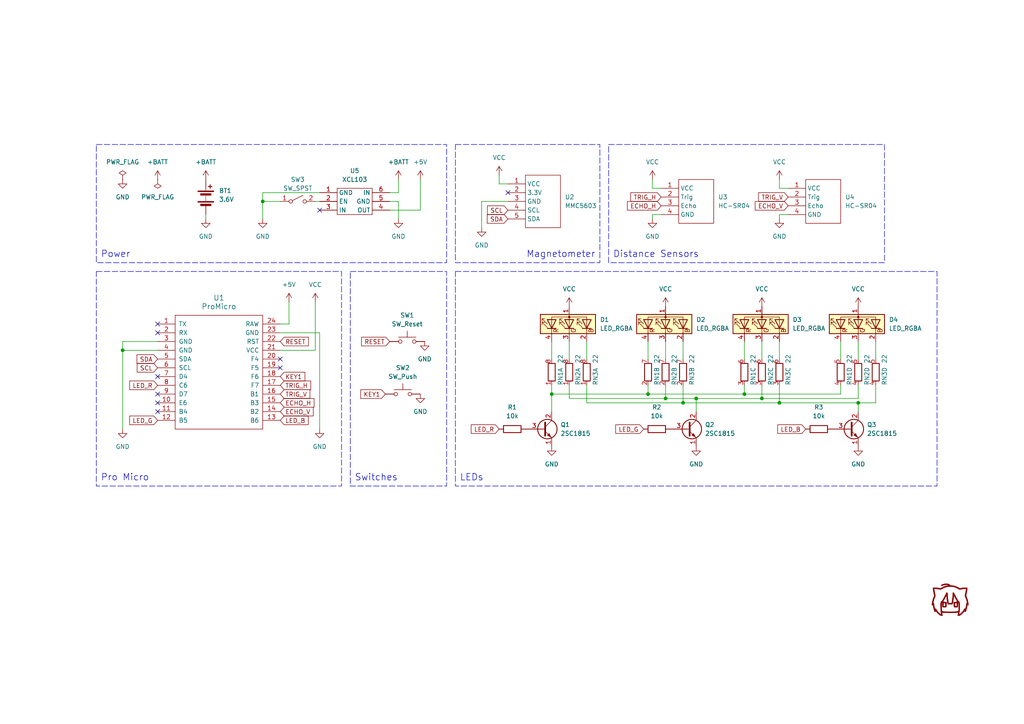
<source format=kicad_sch>
(kicad_sch (version 20230121) (generator eeschema)
  (paper "A4")
  (title_block (title "Shikisaku"))
  (lib_symbols
    (symbol "Adafruit:MMC5603"
      (property "Reference" "U" (at 0 12.7 0))
      (property "Value" "MMC5603" (at 0 10.16 0))
      (symbol "MMC5603_1_1"
        (pin power_in line (at -10.16 5.08 0) (length 5.08) (name "VCC") (number "1"))
        (pin power_out line (at -10.16 2.54 0) (length 5.08) (name "3.3V") (number "2"))
        (pin power_in line (at -10.16 0 0) (length 5.08) (name "GND") (number "3"))
        (pin bidirectional line (at -10.16 -2.54 0) (length 5.08) (name "SCL") (number "4"))
        (pin bidirectional line (at -10.16 -5.08 0) (length 5.08) (name "SDA") (number "5"))
      )
    )
    (symbol "Device:Battery" (pin_numbers hide) (pin_names (offset 0) hide)
      (property "Reference" "BT" (at 2.54 2.54 0))
      (property "Value" "Battery" (at 2.54 0 0))
      (symbol "Battery_1_1"
        (pin passive line (at 0 5.08 270) (length 2.54) (name "+") (number "1"))
        (pin passive line (at 0 -5.08 90) (length 2.54) (name "-") (number "2"))
      )
    )
    (symbol "Device:LED_RGBA" (pin_names (offset 0) hide)
      (property "Reference" "D" (at 0 9.398 0))
      (property "Value" "LED_RGBA" (at 0 -8.89 0))
      (symbol "LED_RGBA_0_0"
        (text "B" (at -1.905 -6.35 0) (effects (font (size 1.27 1.27))))
        (text "G" (at -1.905 -1.27 0) (effects (font (size 1.27 1.27))))
        (text "R" (at -1.905 3.81 0) (effects (font (size 1.27 1.27))))
      )
      (symbol "LED_RGBA_1_1"
        (pin passive line (at 5.08 0 180) (length 2.54) (name "A") (number "1"))
        (pin passive line (at -5.08 -5.08 0) (length 2.54) (name "BK") (number "2"))
        (pin passive line (at -5.08 0 0) (length 2.54) (name "GK") (number "3"))
        (pin passive line (at -5.08 5.08 0) (length 2.54) (name "RK") (number "4"))
      )
    )
    (symbol "Device:R" (pin_numbers hide) (pin_names (offset 0))
      (property "Reference" "R" (at 2.032 0 90))
      (property "Value" "R" (at 0 0 90))
      (symbol "R_1_1"
        (pin passive line (at 0 3.81 270) (length 1.27) (name "~") (number "1"))
        (pin passive line (at 0 -3.81 90) (length 1.27) (name "~") (number "2"))
      )
    )
    (symbol "Device:R_Pack04_Split" (pin_names (offset 0) hide)
      (property "Reference" "RN" (at 2.032 0 90))
      (property "Value" "R_Pack04_Split" (at 0 0 90))
      (symbol "R_Pack04_Split_1_1"
        (pin passive line (at 0 -3.81 90) (length 1.27) (name "R1.1") (number "1"))
        (pin passive line (at 0 3.81 270) (length 1.27) (name "R1.2") (number "8"))
      )
      (symbol "R_Pack04_Split_2_1"
        (pin passive line (at 0 -3.81 90) (length 1.27) (name "R2.1") (number "2"))
        (pin passive line (at 0 3.81 270) (length 1.27) (name "R2.2") (number "7"))
      )
      (symbol "R_Pack04_Split_3_1"
        (pin passive line (at 0 -3.81 90) (length 1.27) (name "R3.1") (number "3"))
        (pin passive line (at 0 3.81 270) (length 1.27) (name "R3.2") (number "6"))
      )
      (symbol "R_Pack04_Split_4_1"
        (pin passive line (at 0 -3.81 90) (length 1.27) (name "R4.1") (number "4"))
        (pin passive line (at 0 3.81 270) (length 1.27) (name "R4.2") (number "5"))
      )
    )
    (symbol "LED_RGBA_1" (pin_names (offset 0) hide)
      (property "Reference" "D" (at 0 9.398 0))
      (property "Value" "LED_RGBA" (at 0 -8.89 0))
      (symbol "LED_RGBA_1_0_0"
        (text "B" (at -1.905 -6.35 0) (effects (font (size 1.27 1.27))))
        (text "G" (at -1.905 -1.27 0) (effects (font (size 1.27 1.27))))
        (text "R" (at -1.905 3.81 0) (effects (font (size 1.27 1.27))))
      )
      (symbol "LED_RGBA_1_1_1"
        (pin passive line (at 5.08 0 180) (length 2.54) (name "A") (number "1"))
        (pin passive line (at -5.08 -5.08 0) (length 2.54) (name "BK") (number "2"))
        (pin passive line (at -5.08 0 0) (length 2.54) (name "GK") (number "3"))
        (pin passive line (at -5.08 5.08 0) (length 2.54) (name "RK") (number "4"))
      )
    )
    (symbol "LED_RGBA_2" (pin_names (offset 0) hide)
      (property "Reference" "D" (at 0 9.398 0))
      (property "Value" "LED_RGBA" (at 0 -8.89 0))
      (symbol "LED_RGBA_2_0_0"
        (text "B" (at -1.905 -6.35 0) (effects (font (size 1.27 1.27))))
        (text "G" (at -1.905 -1.27 0) (effects (font (size 1.27 1.27))))
        (text "R" (at -1.905 3.81 0) (effects (font (size 1.27 1.27))))
      )
      (symbol "LED_RGBA_2_1_1"
        (pin passive line (at 5.08 0 180) (length 2.54) (name "A") (number "1"))
        (pin passive line (at -5.08 -5.08 0) (length 2.54) (name "BK") (number "2"))
        (pin passive line (at -5.08 0 0) (length 2.54) (name "GK") (number "3"))
        (pin passive line (at -5.08 5.08 0) (length 2.54) (name "RK") (number "4"))
      )
    )
    (symbol "LED_RGBA_3" (pin_names (offset 0) hide)
      (property "Reference" "D" (at 0 9.398 0))
      (property "Value" "LED_RGBA" (at 0 -8.89 0))
      (symbol "LED_RGBA_3_0_0"
        (text "B" (at -1.905 -6.35 0) (effects (font (size 1.27 1.27))))
        (text "G" (at -1.905 -1.27 0) (effects (font (size 1.27 1.27))))
        (text "R" (at -1.905 3.81 0) (effects (font (size 1.27 1.27))))
      )
      (symbol "LED_RGBA_3_1_1"
        (pin passive line (at 5.08 0 180) (length 2.54) (name "A") (number "1"))
        (pin passive line (at -5.08 -5.08 0) (length 2.54) (name "BK") (number "2"))
        (pin passive line (at -5.08 0 0) (length 2.54) (name "GK") (number "3"))
        (pin passive line (at -5.08 5.08 0) (length 2.54) (name "RK") (number "4"))
      )
    )
    (symbol "Switch:SW_Push" (pin_numbers hide) (pin_names (offset 1.016) hide)
      (property "Reference" "SW" (at 1.27 2.54 0))
      (property "Value" "SW_Push" (at 0 -1.524 0))
      (symbol "SW_Push_0_1"
        (pin passive line (at -5.08 0 0) (length 2.54) (name "1") (number "1"))
        (pin passive line (at 5.08 0 180) (length 2.54) (name "2") (number "2"))
      )
    )
    (symbol "Switch:SW_SPST" (pin_names (offset 0) hide)
      (property "Reference" "SW" (at 0 3.175 0))
      (property "Value" "SW_SPST" (at 0 -2.54 0))
      (symbol "SW_SPST_1_1"
        (pin passive line (at -5.08 0 0) (length 2.54) (name "A") (number "1"))
        (pin passive line (at 5.08 0 180) (length 2.54) (name "B") (number "2"))
      )
    )
    (symbol "Transistor_BJT:2SC1815" (pin_names (offset 0) hide)
      (property "Reference" "Q" (at 5.08 1.905 0))
      (property "Value" "2SC1815" (at 5.08 0 0))
      (symbol "2SC1815_1_1"
        (pin passive line (at 2.54 -5.08 90) (length 2.54) (name "E") (number "1"))
        (pin passive line (at 2.54 5.08 270) (length 2.54) (name "C") (number "2"))
        (pin input line (at -5.08 0 0) (length 5.08) (name "B") (number "3"))
      )
    )
    (symbol "akizuki:HC-SR04"
      (property "Reference" "U" (at 0 11.43 0))
      (property "Value" "HC-SR04" (at 0 8.89 0))
      (symbol "HC-SR04_1_1"
        (pin power_in line (at -10.16 3.81 0) (length 5.08) (name "VCC") (number "1"))
        (pin input line (at -10.16 1.27 0) (length 5.08) (name "Trig") (number "2"))
        (pin output line (at -10.16 -1.27 0) (length 5.08) (name "Echo") (number "3"))
        (pin power_in line (at -10.16 -3.81 0) (length 5.08) (name "GND") (number "4"))
      )
    )
    (symbol "akizuki:XCL103"
      (property "Reference" "U" (at 0 3.81 0))
      (property "Value" "XCL103" (at 0 1.27 0))
      (symbol "XCL103_1_1"
        (pin power_in line (at -10.16 -2.54 0) (length 5.08) (name "GND") (number "1"))
        (pin input line (at -10.16 -5.08 0) (length 5.08) (name "EN") (number "2"))
        (pin input line (at -10.16 -7.62 0) (length 5.08) (name "IN") (number "3"))
        (pin power_out line (at 10.16 -7.62 180) (length 5.08) (name "OUT") (number "4"))
        (pin power_in line (at 10.16 -5.08 180) (length 5.08) (name "GND") (number "5"))
        (pin power_in line (at 10.16 -2.54 180) (length 5.08) (name "IN") (number "6"))
      )
    )
    (symbol "icon:LOGO" (pin_names (offset 1.016)))
    (symbol "power:+5V" (power) (pin_names (offset 0))
      (property "Value" "+5V" (at 0 3.556 0))
      (symbol "+5V_1_1"
        (pin power_in line (at 0 0 90) (length 0) hide (name "+5V") (number "1"))
      )
    )
    (symbol "power:+BATT" (power) (pin_names (offset 0))
      (property "Value" "+BATT" (at 0 3.556 0))
      (symbol "+BATT_1_1"
        (pin power_in line (at 0 0 90) (length 0) hide (name "+BATT") (number "1"))
      )
    )
    (symbol "power:GND" (power) (pin_names (offset 0))
      (property "Value" "GND" (at 0 -3.81 0))
      (symbol "GND_1_1"
        (pin power_in line (at 0 0 270) (length 0) hide (name "GND") (number "1"))
      )
    )
    (symbol "power:PWR_FLAG" (power) (pin_numbers hide) (pin_names (offset 0) hide)
      (property "Value" "PWR_FLAG" (at 0 3.81 0))
      (symbol "PWR_FLAG_0_0"
        (pin power_out line (at 0 0 90) (length 0) (name "pwr") (number "1"))
      )
    )
    (symbol "power:VCC" (power) (pin_names (offset 0))
      (property "Value" "VCC" (at 0 3.81 0))
      (symbol "VCC_1_1"
        (pin power_in line (at 0 0 90) (length 0) hide (name "VCC") (number "1"))
      )
    )
    (symbol "promicro:ProMicro" (pin_names (offset 1.016))
      (property "Reference" "U" (at 0 24.13 0))
      (property "Value" "ProMicro" (at 0 -13.97 0))
      (symbol "ProMicro_1_1"
        (pin bidirectional line (at -17.78 19.05 0) (length 5.08) (name "TX") (number "1"))
        (pin bidirectional line (at -17.78 -3.81 0) (length 5.08) (name "E6") (number "10"))
        (pin bidirectional line (at -17.78 -6.35 0) (length 5.08) (name "B4") (number "11"))
        (pin bidirectional line (at -17.78 -8.89 0) (length 5.08) (name "B5") (number "12"))
        (pin bidirectional line (at 17.78 -8.89 180) (length 5.08) (name "B6") (number "13"))
        (pin bidirectional line (at 17.78 -6.35 180) (length 5.08) (name "B2") (number "14"))
        (pin bidirectional line (at 17.78 -3.81 180) (length 5.08) (name "B3") (number "15"))
        (pin bidirectional line (at 17.78 -1.27 180) (length 5.08) (name "B1") (number "16"))
        (pin bidirectional line (at 17.78 1.27 180) (length 5.08) (name "F7") (number "17"))
        (pin bidirectional line (at 17.78 3.81 180) (length 5.08) (name "F6") (number "18"))
        (pin bidirectional line (at 17.78 6.35 180) (length 5.08) (name "F5") (number "19"))
        (pin bidirectional line (at -17.78 16.51 0) (length 5.08) (name "RX") (number "2"))
        (pin bidirectional line (at 17.78 8.89 180) (length 5.08) (name "F4") (number "20"))
        (pin power_out line (at 17.78 11.43 180) (length 5.08) (name "VCC") (number "21"))
        (pin input line (at 17.78 13.97 180) (length 5.08) (name "RST") (number "22"))
        (pin power_in line (at 17.78 16.51 180) (length 5.08) (name "GND") (number "23"))
        (pin power_in line (at 17.78 19.05 180) (length 5.08) (name "RAW") (number "24"))
        (pin power_in line (at -17.78 13.97 0) (length 5.08) (name "GND") (number "3"))
        (pin power_in line (at -17.78 11.43 0) (length 5.08) (name "GND") (number "4"))
        (pin bidirectional line (at -17.78 8.89 0) (length 5.08) (name "SDA") (number "5"))
        (pin bidirectional line (at -17.78 6.35 0) (length 5.08) (name "SCL") (number "6"))
        (pin bidirectional line (at -17.78 3.81 0) (length 5.08) (name "D4") (number "7"))
        (pin bidirectional line (at -17.78 1.27 0) (length 5.08) (name "C6") (number "8"))
        (pin bidirectional line (at -17.78 -1.27 0) (length 5.08) (name "D7") (number "9"))
      )
    )
  )
  (junction (at 160.02 114.3))
  (junction (at 220.98 115.57))
  (junction (at 215.9 114.3))
  (junction (at 35.56 101.6))
  (junction (at 226.06 116.84))
  (junction (at 193.04 115.57))
  (junction (at 198.12 116.84))
  (junction (at 76.2 58.42))
  (junction (at 187.96 114.3))
  (junction (at 201.93 115.57))
  (junction (at 248.92 116.84))
  (no_connect (at 45.72 93.98))
  (no_connect (at 147.32 55.88))
  (no_connect (at 45.72 119.38))
  (no_connect (at 45.72 96.52))
  (no_connect (at 45.72 109.22))
  (no_connect (at 45.72 116.84))
  (no_connect (at 81.28 106.68))
  (no_connect (at 45.72 114.3))
  (no_connect (at 81.28 104.14))
  (no_connect (at 92.71 60.96))
  (wire (pts (xy 113.03 60.96) (xy 121.92 60.96)))
  (wire (pts (xy 187.96 111.76) (xy 187.96 114.3)))
  (wire (pts (xy 35.56 99.06) (xy 35.56 101.6)))
  (wire (pts (xy 248.92 99.06) (xy 248.92 104.14)))
  (wire (pts (xy 165.1 111.76) (xy 165.1 115.57)))
  (wire (pts (xy 115.57 52.07) (xy 115.57 55.88)))
  (wire (pts (xy 198.12 99.06) (xy 198.12 104.14)))
  (wire (pts (xy 189.23 54.61) (xy 191.77 54.61)))
  (wire (pts (xy 215.9 99.06) (xy 215.9 104.14)))
  (wire (pts (xy 187.96 99.06) (xy 187.96 104.14)))
  (wire (pts (xy 228.6 62.23) (xy 226.06 62.23)))
  (wire (pts (xy 76.2 55.88) (xy 76.2 58.42)))
  (wire (pts (xy 189.23 52.07) (xy 189.23 54.61)))
  (wire (pts (xy 170.18 111.76) (xy 170.18 116.84)))
  (wire (pts (xy 160.02 114.3) (xy 160.02 119.38)))
  (wire (pts (xy 59.69 63.5) (xy 59.69 62.23)))
  (wire (pts (xy 215.9 114.3) (xy 187.96 114.3)))
  (wire (pts (xy 248.92 111.76) (xy 248.92 115.57)))
  (wire (pts (xy 115.57 58.42) (xy 115.57 63.5)))
  (wire (pts (xy 144.78 53.34) (xy 147.32 53.34)))
  (wire (pts (xy 92.71 96.52) (xy 81.28 96.52)))
  (wire (pts (xy 189.23 62.23) (xy 191.77 62.23)))
  (wire (pts (xy 226.06 54.61) (xy 228.6 54.61)))
  (wire (pts (xy 35.56 101.6) (xy 45.72 101.6)))
  (wire (pts (xy 121.92 60.96) (xy 121.92 52.07)))
  (wire (pts (xy 248.92 115.57) (xy 220.98 115.57)))
  (wire (pts (xy 92.71 55.88) (xy 76.2 55.88)))
  (wire (pts (xy 189.23 62.23) (xy 189.23 63.5)))
  (wire (pts (xy 35.56 124.46) (xy 35.56 101.6)))
  (wire (pts (xy 165.1 99.06) (xy 165.1 104.14)))
  (wire (pts (xy 76.2 63.5) (xy 76.2 58.42)))
  (wire (pts (xy 92.71 124.46) (xy 92.71 96.52)))
  (wire (pts (xy 226.06 99.06) (xy 226.06 104.14)))
  (wire (pts (xy 115.57 55.88) (xy 113.03 55.88)))
  (wire (pts (xy 83.82 93.98) (xy 81.28 93.98)))
  (wire (pts (xy 220.98 115.57) (xy 201.93 115.57)))
  (wire (pts (xy 226.06 116.84) (xy 248.92 116.84)))
  (wire (pts (xy 220.98 111.76) (xy 220.98 115.57)))
  (wire (pts (xy 254 116.84) (xy 254 111.76)))
  (wire (pts (xy 83.82 87.63) (xy 83.82 93.98)))
  (wire (pts (xy 193.04 99.06) (xy 193.04 104.14)))
  (wire (pts (xy 91.44 101.6) (xy 81.28 101.6)))
  (wire (pts (xy 248.92 116.84) (xy 248.92 119.38)))
  (wire (pts (xy 139.7 58.42) (xy 147.32 58.42)))
  (wire (pts (xy 193.04 111.76) (xy 193.04 115.57)))
  (wire (pts (xy 226.06 62.23) (xy 226.06 63.5)))
  (wire (pts (xy 193.04 115.57) (xy 201.93 115.57)))
  (wire (pts (xy 248.92 116.84) (xy 254 116.84)))
  (wire (pts (xy 91.44 87.63) (xy 91.44 101.6)))
  (wire (pts (xy 139.7 66.04) (xy 139.7 58.42)))
  (wire (pts (xy 243.84 114.3) (xy 215.9 114.3)))
  (wire (pts (xy 243.84 99.06) (xy 243.84 104.14)))
  (wire (pts (xy 198.12 116.84) (xy 226.06 116.84)))
  (wire (pts (xy 220.98 99.06) (xy 220.98 104.14)))
  (wire (pts (xy 160.02 111.76) (xy 160.02 114.3)))
  (wire (pts (xy 198.12 111.76) (xy 198.12 116.84)))
  (wire (pts (xy 76.2 58.42) (xy 81.28 58.42)))
  (wire (pts (xy 187.96 114.3) (xy 160.02 114.3)))
  (wire (pts (xy 113.03 58.42) (xy 115.57 58.42)))
  (wire (pts (xy 45.72 99.06) (xy 35.56 99.06)))
  (wire (pts (xy 170.18 116.84) (xy 198.12 116.84)))
  (wire (pts (xy 160.02 99.06) (xy 160.02 104.14)))
  (wire (pts (xy 243.84 111.76) (xy 243.84 114.3)))
  (wire (pts (xy 226.06 111.76) (xy 226.06 116.84)))
  (wire (pts (xy 215.9 111.76) (xy 215.9 114.3)))
  (wire (pts (xy 144.78 53.34) (xy 144.78 50.8)))
  (wire (pts (xy 165.1 115.57) (xy 193.04 115.57)))
  (wire (pts (xy 91.44 58.42) (xy 92.71 58.42)))
  (wire (pts (xy 254 99.06) (xy 254 104.14)))
  (wire (pts (xy 201.93 115.57) (xy 201.93 119.38)))
  (wire (pts (xy 226.06 52.07) (xy 226.06 54.61)))
  (wire (pts (xy 170.18 99.06) (xy 170.18 104.14)))
  (rectangle (start 27.94 41.91) (end 129.54 76.2) (stroke (width 0) (type dash)))
  (rectangle (start 101.6 78.74) (end 129.54 140.97) (stroke (width 0) (type dash)))
  (rectangle (start 132.08 78.74) (end 271.78 140.97) (stroke (width 0) (type dash)))
  (rectangle (start 176.53 41.91) (end 256.54 76.2) (stroke (width 0) (type dash)))
  (rectangle (start 132.08 41.91) (end 173.99 76.2) (stroke (width 0) (type dash)))
  (rectangle (start 27.94 78.74) (end 99.06 140.97) (stroke (width 0) (type dash)))
  (text "LEDs" (at 133.35 139.7 0) (effects (font (size 1.905 1.905)) (justify left bottom)))
  (text "Switches" (at 102.87 139.7 0) (effects (font (size 1.905 1.905)) (justify left bottom)))
  (text "Power" (at 29.21 74.93 0) (effects (font (size 1.905 1.905)) (justify left bottom)))
  (text "Magnetometer" (at 172.72 74.93 0) (effects (font (size 1.905 1.905)) (justify right bottom)))
  (text "Distance Sensors" (at 177.8 74.93 0) (effects (font (size 1.905 1.905)) (justify left bottom)))
  (text "Pro Micro" (at 29.21 139.7 0) (effects (font (size 1.905 1.905)) (justify left bottom)))
  (global_label "LED_B" (shape input) (at 233.68 124.46 180) (property "Intersheetrefs" "${INTERSHEET_REFS}" (effects hide)))
  (global_label "ECHO_V" (shape input) (at 81.28 119.38 0) (property "Intersheetrefs" "${INTERSHEET_REFS}" (effects hide)))
  (global_label "ECHO_V" (shape input) (at 228.6 59.69 180) (property "Intersheetrefs" "${INTERSHEET_REFS}" (effects hide)))
  (global_label "TRIG_V" (shape input) (at 228.6 57.15 180) (property "Intersheetrefs" "${INTERSHEET_REFS}" (effects hide)))
  (global_label "RESET" (shape input) (at 81.28 99.06 0) (property "Intersheetrefs" "${INTERSHEET_REFS}" (effects hide)))
  (global_label "RESET" (shape input) (at 113.03 99.06 180) (property "Intersheetrefs" "${INTERSHEET_REFS}" (effects hide)))
  (global_label "KEY1" (shape input) (at 111.76 114.3 180) (property "Intersheetrefs" "${INTERSHEET_REFS}" (effects hide)))
  (global_label "ECHO_H" (shape input) (at 81.28 116.84 0) (property "Intersheetrefs" "${INTERSHEET_REFS}" (effects hide)))
  (global_label "SCL" (shape input) (at 147.32 60.96 180) (property "Intersheetrefs" "${INTERSHEET_REFS}" (effects hide)))
  (global_label "LED_G" (shape input) (at 45.72 121.92 180) (property "Intersheetrefs" "${INTERSHEET_REFS}" (effects hide)))
  (global_label "LED_R" (shape input) (at 144.78 124.46 180) (property "Intersheetrefs" "${INTERSHEET_REFS}" (effects hide)))
  (global_label "KEY1" (shape input) (at 81.28 109.22 0) (property "Intersheetrefs" "${INTERSHEET_REFS}" (effects hide)))
  (global_label "ECHO_H" (shape input) (at 191.77 59.69 180) (property "Intersheetrefs" "${INTERSHEET_REFS}" (effects hide)))
  (global_label "TRIG_V" (shape input) (at 81.28 114.3 0) (property "Intersheetrefs" "${INTERSHEET_REFS}" (effects hide)))
  (global_label "TRIG_H" (shape input) (at 81.28 111.76 0) (property "Intersheetrefs" "${INTERSHEET_REFS}" (effects hide)))
  (global_label "LED_R" (shape input) (at 45.72 111.76 180) (property "Intersheetrefs" "${INTERSHEET_REFS}" (effects hide)))
  (global_label "SCL" (shape input) (at 45.72 106.68 180) (property "Intersheetrefs" "${INTERSHEET_REFS}" (effects hide)))
  (global_label "TRIG_H" (shape input) (at 191.77 57.15 180) (property "Intersheetrefs" "${INTERSHEET_REFS}" (effects hide)))
  (global_label "LED_G" (shape input) (at 186.69 124.46 180) (property "Intersheetrefs" "${INTERSHEET_REFS}" (effects hide)))
  (global_label "LED_B" (shape input) (at 81.28 121.92 0) (property "Intersheetrefs" "${INTERSHEET_REFS}" (effects hide)))
  (global_label "SDA" (shape input) (at 45.72 104.14 180) (property "Intersheetrefs" "${INTERSHEET_REFS}" (effects hide)))
  (global_label "SDA" (shape input) (at 147.32 63.5 180) (property "Intersheetrefs" "${INTERSHEET_REFS}" (effects hide)))
  (symbol (lib_id "Device:R_Pack04_Split") (at 160.02 107.95 0) (unit 1)
    (property "Reference" "RN1" (at 162.56 111.76 90) (effects (justify left)))
    (property "Value" "22" (at 162.56 105.41 90) (effects (justify left)))
    (property "Footprint" "Resistor_SMD:R_Array_Convex_4x0603_1" (effects hide))
  )
  (symbol (lib_id "power:GND") (at 121.92 114.3 0) (unit 1)
    (property "Reference" "#PWR012" (effects hide))
    (property "Value" "GND" (at 121.92 119.38 0))
  )
  (symbol (lib_id "Switch:SW_SPST") (at 86.36 58.42 0) (unit 1)
    (property "Reference" "SW3" (at 86.36 52.07 0))
    (property "Value" "SW_SPST" (at 86.36 54.61 0))
    (property "Footprint" "Connector_JST:JST_XH_B2B-XH-A_1x02_P2.50mm_Vertical" (effects hide))
  )
  (symbol (lib_id "power:GND") (at 92.71 124.46 0) (unit 1)
    (property "Reference" "#PWR04" (effects hide))
    (property "Value" "GND" (at 92.71 129.54 0))
  )
  (symbol (lib_id "power:+BATT") (at 115.57 52.07 0) (unit 1)
    (property "Reference" "#PWR020" (effects hide))
    (property "Value" "+BATT" (at 115.57 46.99 0))
  )
  (symbol (lib_id "Device:R_Pack04_Split") (at 187.96 107.95 0) (unit 2)
    (property "Reference" "RN1" (at 190.5 111.76 90) (effects (justify left)))
    (property "Value" "22" (at 190.5 105.41 90) (effects (justify left)))
    (property "Footprint" "Resistor_SMD:R_Array_Convex_4x0603_1" (effects hide))
  )
  (symbol (lib_id "power:GND") (at 139.7 66.04 0) (unit 1)
    (property "Reference" "#PWR07" (effects hide))
    (property "Value" "GND" (at 139.7 71.12 0))
  )
  (symbol (lib_name "LED_RGBA_1") (lib_id "Device:LED_RGBA") (at 165.1 93.98 90) (unit 1)
    (property "Reference" "D1" (at 173.99 92.71 90) (effects (justify right)))
    (property "Value" "LED_RGBA" (at 173.99 95.25 90) (effects (justify right)))
    (property "Footprint" "akizuki:LED_OSTBMAZ2C1D" (effects hide))
  )
  (symbol (lib_id "power:GND") (at 115.57 63.5 0) (unit 1)
    (property "Reference" "#PWR022" (effects hide))
    (property "Value" "GND" (at 115.57 68.58 0))
  )
  (symbol (lib_id "power:VCC") (at 91.44 87.63 0) (unit 1)
    (property "Reference" "#PWR05" (effects hide))
    (property "Value" "VCC" (at 91.44 82.55 0))
  )
  (symbol (lib_id "power:VCC") (at 144.78 50.8 0) (unit 1)
    (property "Reference" "#PWR06" (effects hide))
    (property "Value" "VCC" (at 144.78 45.72 0))
  )
  (symbol (lib_id "Transistor_BJT:2SC1815") (at 246.38 124.46 0) (unit 1)
    (property "Reference" "Q3" (at 251.46 123.19 0) (effects (justify left)))
    (property "Value" "2SC1815" (at 251.46 125.73 0) (effects (justify left)))
    (property "Footprint" "Package_TO_SOT_THT:TO-92_Inline" (effects hide))
    (property "Datasheet" "https://media.digikey.com/pdf/Data%20Sheets/Toshiba%20PDFs/2SC1815.pdf" (effects hide))
  )
  (symbol (lib_id "Device:R_Pack04_Split") (at 165.1 107.95 0) (unit 1)
    (property "Reference" "RN2" (at 167.64 111.76 90) (effects (justify left)))
    (property "Value" "22" (at 167.64 105.41 90) (effects (justify left)))
    (property "Footprint" "Resistor_SMD:R_Array_Convex_4x0603_1" (effects hide))
  )
  (symbol (lib_id "power:VCC") (at 220.98 88.9 0) (unit 1)
    (property "Reference" "#PWR018" (effects hide))
    (property "Value" "VCC" (at 220.98 83.82 0))
  )
  (symbol (lib_id "Device:R_Pack04_Split") (at 215.9 107.95 0) (unit 3)
    (property "Reference" "RN1" (at 218.44 111.76 90) (effects (justify left)))
    (property "Value" "22" (at 218.44 105.41 90) (effects (justify left)))
    (property "Footprint" "Resistor_SMD:R_Array_Convex_4x0603_1" (effects hide))
  )
  (symbol (lib_id "power:GND") (at 189.23 63.5 0) (unit 1)
    (property "Reference" "#PWR010" (effects hide))
    (property "Value" "GND" (at 189.23 68.58 0))
  )
  (symbol (lib_id "akizuki:HC-SR04") (at 238.76 58.42 0) (unit 1)
    (property "Reference" "U4" (at 245.11 57.15 0) (effects (justify left)))
    (property "Value" "HC-SR04" (at 245.11 59.69 0) (effects (justify left)))
    (property "Footprint" "Connector_JST:JST_XH_B4B-XH-A_1x04_P2.50mm_Vertical" (effects hide))
  )
  (symbol (lib_id "power:GND") (at 160.02 129.54 0) (unit 1)
    (property "Reference" "#PWR013" (effects hide))
    (property "Value" "GND" (at 160.02 134.62 0))
  )
  (symbol (lib_id "Device:R_Pack04_Split") (at 226.06 107.95 0) (unit 3)
    (property "Reference" "RN3" (at 228.6 111.76 90) (effects (justify left)))
    (property "Value" "22" (at 228.6 105.41 90) (effects (justify left)))
    (property "Footprint" "Resistor_SMD:R_Array_Convex_4x0603_1" (effects hide))
  )
  (symbol (lib_id "akizuki:HC-SR04") (at 201.93 58.42 0) (unit 1)
    (property "Reference" "U3" (at 208.28 57.15 0) (effects (justify left)))
    (property "Value" "HC-SR04" (at 208.28 59.69 0) (effects (justify left)))
    (property "Footprint" "Connector_JST:JST_XH_B4B-XH-A_1x04_P2.50mm_Vertical" (effects hide))
  )
  (symbol (lib_id "power:VCC") (at 226.06 52.07 0) (unit 1)
    (property "Reference" "#PWR09" (effects hide))
    (property "Value" "VCC" (at 226.06 46.99 0))
  )
  (symbol (lib_id "power:GND") (at 248.92 129.54 0) (unit 1)
    (property "Reference" "#PWR015" (effects hide))
    (property "Value" "GND" (at 248.92 134.62 0))
  )
  (symbol (lib_id "power:VCC") (at 165.1 88.9 0) (unit 1)
    (property "Reference" "#PWR016" (effects hide))
    (property "Value" "VCC" (at 165.1 83.82 0))
  )
  (symbol (lib_id "Device:R") (at 190.5 124.46 90) (unit 1)
    (property "Reference" "R2" (at 190.5 118.11 90))
    (property "Value" "10k" (at 190.5 120.65 90))
    (property "Footprint" "Resistor_THT:R_Axial_DIN0207_L6.3mm_D2.5mm_P7.62mm_Horizontal" (effects hide))
  )
  (symbol (lib_id "Device:LED_RGBA") (at 248.92 93.98 90) (unit 1)
    (property "Reference" "D4" (at 257.81 92.71 90) (effects (justify right)))
    (property "Value" "LED_RGBA" (at 257.81 95.25 90) (effects (justify right)))
    (property "Footprint" "akizuki:LED_OSTBMAZ2C1D" (effects hide))
  )
  (symbol (lib_id "Transistor_BJT:2SC1815") (at 157.48 124.46 0) (unit 1)
    (property "Reference" "Q1" (at 162.56 123.19 0) (effects (justify left)))
    (property "Value" "2SC1815" (at 162.56 125.73 0) (effects (justify left)))
    (property "Footprint" "Package_TO_SOT_THT:TO-92_Inline" (effects hide))
    (property "Datasheet" "https://media.digikey.com/pdf/Data%20Sheets/Toshiba%20PDFs/2SC1815.pdf" (effects hide))
  )
  (symbol (lib_id "power:VCC") (at 189.23 52.07 0) (unit 1)
    (property "Reference" "#PWR08" (effects hide))
    (property "Value" "VCC" (at 189.23 46.99 0))
  )
  (symbol (lib_id "power:PWR_FLAG") (at 35.56 52.07 0) (unit 1)
    (property "Reference" "#FLG01" (effects hide))
    (property "Value" "PWR_FLAG" (at 35.56 46.99 0))
  )
  (symbol (lib_id "power:GND") (at 226.06 63.5 0) (unit 1)
    (property "Reference" "#PWR011" (effects hide))
    (property "Value" "GND" (at 226.06 68.58 0))
  )
  (symbol (lib_id "Switch:SW_Push") (at 118.11 99.06 0) (unit 1)
    (property "Reference" "SW1" (at 118.11 91.44 0))
    (property "Value" "SW_Reset" (at 118.11 93.98 0))
    (property "Footprint" "Button_Switch_THT:SW_PUSH_1P1T_6x3.5mm_H4.3_APEM_MJTP1243" (effects hide))
  )
  (symbol (lib_id "promicro:ProMicro") (at 63.5 113.03 0) (unit 1)
    (property "Reference" "U1" (at 63.5 86.36 0) (effects (font (size 1.524 1.524))))
    (property "Value" "ProMicro" (at 63.5 88.9 0) (effects (font (size 1.524 1.524))))
    (property "Footprint" "promicro:ProMicro" (effects hide))
  )
  (symbol (lib_id "Adafruit:MMC5603") (at 157.48 58.42 0) (unit 1)
    (property "Reference" "U2" (at 163.83 57.15 0) (effects (justify left)))
    (property "Value" "MMC5603" (at 163.83 59.69 0) (effects (justify left)))
    (property "Footprint" "Adafruit:MMC5603" (effects hide))
  )
  (symbol (lib_id "Device:R_Pack04_Split") (at 254 107.95 0) (unit 4)
    (property "Reference" "RN3" (at 256.54 111.76 90) (effects (justify left)))
    (property "Value" "22" (at 256.54 105.41 90) (effects (justify left)))
    (property "Footprint" "Resistor_SMD:R_Array_Convex_4x0603_1" (effects hide))
  )
  (symbol (lib_id "Device:Battery") (at 59.69 57.15 0) (unit 1)
    (property "Reference" "BT1" (at 63.5 55.3085 0) (effects (justify left)))
    (property "Value" "3.6V" (at 63.5 57.8485 0) (effects (justify left)))
    (property "Footprint" "Connector_JST:JST_XH_B2B-XH-A_1x02_P2.50mm_Vertical" (effects hide))
  )
  (symbol (lib_id "power:+BATT") (at 45.72 52.07 0) (unit 1)
    (property "Reference" "#PWR027" (effects hide))
    (property "Value" "+BATT" (at 45.72 46.99 0))
  )
  (symbol (lib_id "Device:R_Pack04_Split") (at 220.98 107.95 0) (unit 3)
    (property "Reference" "RN2" (at 223.52 111.76 90) (effects (justify left)))
    (property "Value" "22" (at 223.52 105.41 90) (effects (justify left)))
    (property "Footprint" "Resistor_SMD:R_Array_Convex_4x0603_1" (effects hide))
  )
  (symbol (lib_id "power:GND") (at 59.69 63.5 0) (unit 1)
    (property "Reference" "#PWR024" (effects hide))
    (property "Value" "GND" (at 59.69 68.58 0))
  )
  (symbol (lib_id "Device:R_Pack04_Split") (at 243.84 107.95 0) (unit 4)
    (property "Reference" "RN1" (at 246.38 111.76 90) (effects (justify left)))
    (property "Value" "22" (at 246.38 105.41 90) (effects (justify left)))
    (property "Footprint" "Resistor_SMD:R_Array_Convex_4x0603_1" (effects hide))
  )
  (symbol (lib_id "power:VCC") (at 193.04 88.9 0) (unit 1)
    (property "Reference" "#PWR017" (effects hide))
    (property "Value" "VCC" (at 193.04 83.82 0))
  )
  (symbol (lib_id "power:+5V") (at 83.82 87.63 0) (unit 1)
    (property "Reference" "#PWR03" (effects hide))
    (property "Value" "+5V" (at 83.82 82.55 0))
  )
  (symbol (lib_id "Device:R") (at 237.49 124.46 90) (unit 1)
    (property "Reference" "R3" (at 237.49 118.11 90))
    (property "Value" "10k" (at 237.49 120.65 90))
    (property "Footprint" "Resistor_THT:R_Axial_DIN0207_L6.3mm_D2.5mm_P7.62mm_Horizontal" (effects hide))
  )
  (symbol (lib_id "Device:R_Pack04_Split") (at 170.18 107.95 0) (unit 1)
    (property "Reference" "RN3" (at 172.72 111.76 90) (effects (justify left)))
    (property "Value" "22" (at 172.72 105.41 90) (effects (justify left)))
    (property "Footprint" "Resistor_SMD:R_Array_Convex_4x0603_1" (effects hide))
  )
  (symbol (lib_id "Device:R") (at 148.59 124.46 90) (unit 1)
    (property "Reference" "R1" (at 148.59 118.11 90))
    (property "Value" "10k" (at 148.59 120.65 90))
    (property "Footprint" "Resistor_THT:R_Axial_DIN0207_L6.3mm_D2.5mm_P7.62mm_Horizontal" (effects hide))
  )
  (symbol (lib_id "Transistor_BJT:2SC1815") (at 199.39 124.46 0) (unit 1)
    (property "Reference" "Q2" (at 204.47 123.19 0) (effects (justify left)))
    (property "Value" "2SC1815" (at 204.47 125.73 0) (effects (justify left)))
    (property "Footprint" "Package_TO_SOT_THT:TO-92_Inline" (effects hide))
    (property "Datasheet" "https://media.digikey.com/pdf/Data%20Sheets/Toshiba%20PDFs/2SC1815.pdf" (effects hide))
  )
  (symbol (lib_id "power:GND") (at 35.56 52.07 0) (unit 1)
    (property "Reference" "#PWR026" (effects hide))
    (property "Value" "GND" (at 35.56 57.15 0))
  )
  (symbol (lib_id "Switch:SW_Push") (at 116.84 114.3 0) (unit 1)
    (property "Reference" "SW2" (at 116.84 106.68 0))
    (property "Value" "SW_Push" (at 116.84 109.22 0))
    (property "Footprint" "Connector_JST:JST_XH_B2B-XH-A_1x02_P2.50mm_Vertical" (effects hide))
  )
  (symbol (lib_id "Device:R_Pack04_Split") (at 193.04 107.95 0) (unit 2)
    (property "Reference" "RN2" (at 195.58 111.76 90) (effects (justify left)))
    (property "Value" "22" (at 195.58 105.41 90) (effects (justify left)))
    (property "Footprint" "Resistor_SMD:R_Array_Convex_4x0603_1" (effects hide))
  )
  (symbol (lib_id "icon:LOGO") (at 275.59 173.99 0) (unit 1)
    (property "Reference" "#G1" (effects hide))
    (property "Value" "LOGO" (effects hide))
  )
  (symbol (lib_name "LED_RGBA_2") (lib_id "Device:LED_RGBA") (at 193.04 93.98 90) (unit 1)
    (property "Reference" "D2" (at 201.93 92.71 90) (effects (justify right)))
    (property "Value" "LED_RGBA" (at 201.93 95.25 90) (effects (justify right)))
    (property "Footprint" "akizuki:LED_OSTBMAZ2C1D" (effects hide))
  )
  (symbol (lib_id "power:PWR_FLAG") (at 45.72 52.07 180) (unit 1)
    (property "Reference" "#FLG02" (effects hide))
    (property "Value" "PWR_FLAG" (at 45.72 57.15 0))
  )
  (symbol (lib_id "power:+5V") (at 121.92 52.07 0) (unit 1)
    (property "Reference" "#PWR021" (effects hide))
    (property "Value" "+5V" (at 121.92 46.99 0))
  )
  (symbol (lib_id "power:+BATT") (at 59.69 52.07 0) (unit 1)
    (property "Reference" "#PWR025" (effects hide))
    (property "Value" "+BATT" (at 59.69 46.99 0))
  )
  (symbol (lib_id "power:GND") (at 76.2 63.5 0) (unit 1)
    (property "Reference" "#PWR023" (effects hide))
    (property "Value" "GND" (at 76.2 68.58 0))
  )
  (symbol (lib_id "power:GND") (at 123.19 99.06 0) (unit 1)
    (property "Reference" "#PWR02" (effects hide))
    (property "Value" "GND" (at 123.19 104.14 0))
  )
  (symbol (lib_id "power:GND") (at 201.93 129.54 0) (unit 1)
    (property "Reference" "#PWR014" (effects hide))
    (property "Value" "GND" (at 201.93 134.62 0))
  )
  (symbol (lib_name "LED_RGBA_3") (lib_id "Device:LED_RGBA") (at 220.98 93.98 90) (unit 1)
    (property "Reference" "D3" (at 229.87 92.71 90) (effects (justify right)))
    (property "Value" "LED_RGBA" (at 229.87 95.25 90) (effects (justify right)))
    (property "Footprint" "akizuki:LED_OSTBMAZ2C1D" (effects hide))
  )
  (symbol (lib_id "Device:R_Pack04_Split") (at 248.92 107.95 0) (unit 4)
    (property "Reference" "RN2" (at 251.46 111.76 90) (effects (justify left)))
    (property "Value" "22" (at 251.46 105.41 90) (effects (justify left)))
    (property "Footprint" "Resistor_SMD:R_Array_Convex_4x0603_1" (effects hide))
  )
  (symbol (lib_id "power:VCC") (at 248.92 88.9 0) (unit 1)
    (property "Reference" "#PWR019" (effects hide))
    (property "Value" "VCC" (at 248.92 83.82 0))
  )
  (symbol (lib_id "power:GND") (at 35.56 124.46 0) (unit 1)
    (property "Reference" "#PWR01" (effects hide))
    (property "Value" "GND" (at 35.56 129.54 0))
  )
  (symbol (lib_id "Device:R_Pack04_Split") (at 198.12 107.95 0) (unit 2)
    (property "Reference" "RN3" (at 200.66 111.76 90) (effects (justify left)))
    (property "Value" "22" (at 200.66 105.41 90) (effects (justify left)))
    (property "Footprint" "Resistor_SMD:R_Array_Convex_4x0603_1" (effects hide))
  )
  (symbol (lib_id "akizuki:XCL103") (at 102.87 53.34 0) (unit 1)
    (property "Reference" "U5" (at 102.87 49.53 0))
    (property "Value" "XCL103" (at 102.87 52.07 0))
    (property "Footprint" "akizuki:XCL103" (effects hide))
  )
)
</source>
